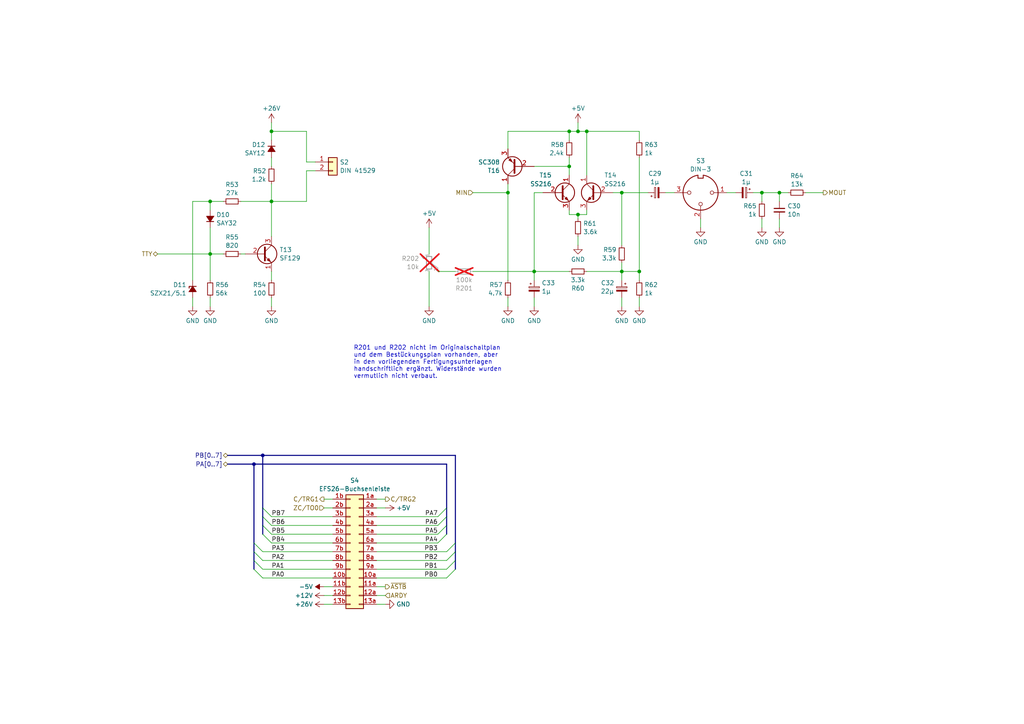
<source format=kicad_sch>
(kicad_sch (version 20230121) (generator eeschema)
  (paper "A4")
  (title_block (title "Peripherieanschlüsse"))
  (lib_symbols
    (symbol "+26v:+26V" (power) (pin_names (offset 0))
      (property "Value" "+26V" (at 0 3.556 0))
      (symbol "+26V_0_1"
        (polyline (pts (xy -0.762 1.27) (xy 0 2.54)))
        (polyline (pts (xy 0 0) (xy 0 2.54)))
        (polyline (pts (xy 0 2.54) (xy 0.762 1.27)))
      )
      (symbol "+26V_1_1"
        (pin power_in line (at 0 0 90) (length 0) hide (name "+26V") (number "1"))
      )
    )
    (symbol "Connector:DIN-3" (pin_names (offset 1.016))
      (property "Reference" "J" (at 3.302 6.35 0))
      (property "Value" "DIN-3" (at 0 -6.35 0))
      (symbol "DIN-3_0_1"
        (arc (start -5.08 0) (mid -3.8609 -3.3364) (end -0.762 -5.08) (stroke (width 0.254)))
        (circle (center -3.302 0) (radius 0.508))
        (polyline (pts (xy -3.81 0) (xy -5.08 0)))
        (polyline (pts (xy 0 3.81) (xy 0 5.08)))
        (polyline (pts (xy 5.08 0) (xy 3.81 0)))
        (polyline (pts (xy -0.762 -4.953) (xy -0.762 -4.191) (xy 0.762 -4.191) (xy 0.762 -4.953)) (stroke (width 0.254)))
        (circle (center 0 3.302) (radius 0.508))
        (arc (start 0.762 -5.08) (mid 3.8685 -3.343) (end 5.08 0) (stroke (width 0.254)))
        (circle (center 3.302 0) (radius 0.508))
        (arc (start 5.08 0) (mid 0 5.0579) (end -5.08 0) (stroke (width 0.254)))
      )
      (symbol "DIN-3_1_1"
        (pin passive line (at -7.62 0 0) (length 2.54) (name "~") (number "1"))
        (pin passive line (at 0 7.62 270) (length 2.54) (name "~") (number "2"))
        (pin passive line (at 7.62 0 180) (length 2.54) (name "~") (number "3"))
      )
    )
    (symbol "Connector_Generic:Conn_01x02" (pin_names (offset 1.016) hide)
      (property "Reference" "J" (at 0 2.54 0))
      (property "Value" "Conn_01x02" (at 0 -5.08 0))
      (symbol "Conn_01x02_1_1"
        (rectangle (start -1.27 -2.413) (end 0 -2.667) (stroke (width 0.1524)))
        (rectangle (start -1.27 0.127) (end 0 -0.127) (stroke (width 0.1524)))
        (rectangle (start -1.27 1.27) (end 1.27 -3.81) (stroke (width 0.254)) (fill (type background)))
        (pin passive line (at -5.08 0 0) (length 3.81) (name "Pin_1") (number "1"))
        (pin passive line (at -5.08 -2.54 0) (length 3.81) (name "Pin_2") (number "2"))
      )
    )
    (symbol "Device:C_Polarized_Small" (pin_numbers hide) (pin_names (offset 0.254) hide)
      (property "Reference" "C" (at 0.254 1.778 0))
      (property "Value" "C_Polarized_Small" (at 0.254 -2.032 0))
      (symbol "C_Polarized_Small_0_1"
        (rectangle (start -1.524 -0.3048) (end 1.524 -0.6858) (fill (type outline)))
        (rectangle (start -1.524 0.6858) (end 1.524 0.3048))
        (polyline (pts (xy -1.27 1.524) (xy -0.762 1.524)))
        (polyline (pts (xy -1.016 1.27) (xy -1.016 1.778)))
      )
      (symbol "C_Polarized_Small_1_1"
        (pin passive line (at 0 2.54 270) (length 1.8542) (name "~") (number "1"))
        (pin passive line (at 0 -2.54 90) (length 1.8542) (name "~") (number "2"))
      )
    )
    (symbol "Device:C_Small" (pin_numbers hide) (pin_names (offset 0.254) hide)
      (property "Reference" "C" (at 0.254 1.778 0))
      (property "Value" "C_Small" (at 0.254 -2.032 0))
      (symbol "C_Small_0_1"
        (polyline (pts (xy -1.524 -0.508) (xy 1.524 -0.508)) (stroke (width 0.3302)))
        (polyline (pts (xy -1.524 0.508) (xy 1.524 0.508)) (stroke (width 0.3048)))
      )
      (symbol "C_Small_1_1"
        (pin passive line (at 0 2.54 270) (length 2.032) (name "~") (number "1"))
        (pin passive line (at 0 -2.54 90) (length 2.032) (name "~") (number "2"))
      )
    )
    (symbol "Device:R_Small" (pin_numbers hide) (pin_names (offset 0.254) hide)
      (property "Reference" "R" (at 0.762 0.508 0))
      (property "Value" "R_Small" (at 0.762 -1.016 0))
      (symbol "R_Small_0_1"
        (rectangle (start -0.762 1.778) (end 0.762 -1.778) (stroke (width 0.2032)))
      )
      (symbol "R_Small_1_1"
        (pin passive line (at 0 2.54 270) (length 0.762) (name "~") (number "1"))
        (pin passive line (at 0 -2.54 90) (length 0.762) (name "~") (number "2"))
      )
    )
    (symbol "RFT_Steckverbinder:EFS26-Buchsenleiste" (pin_names (offset 1.016) hide)
      (property "Reference" "X" (at 0 17.78 0))
      (property "Value" "EFS26-Buchsenleiste" (at 0 -17.78 0))
      (symbol "EFS26-Buchsenleiste_1_1"
        (rectangle (start -2.54 -15.113) (end -1.27 -15.367) (stroke (width 0.1524)))
        (rectangle (start -2.54 -12.573) (end -1.27 -12.827) (stroke (width 0.1524)))
        (rectangle (start -2.54 -10.033) (end -1.27 -10.287) (stroke (width 0.1524)))
        (rectangle (start -2.54 -7.493) (end -1.27 -7.747) (stroke (width 0.1524)))
        (rectangle (start -2.54 -4.953) (end -1.27 -5.207) (stroke (width 0.1524)))
        (rectangle (start -2.54 -2.413) (end -1.27 -2.667) (stroke (width 0.1524)))
        (rectangle (start -2.54 0.127) (end -1.27 -0.127) (stroke (width 0.1524)))
        (rectangle (start -2.54 2.667) (end -1.27 2.413) (stroke (width 0.1524)))
        (rectangle (start -2.54 5.207) (end -1.27 4.953) (stroke (width 0.1524)))
        (rectangle (start -2.54 7.747) (end -1.27 7.493) (stroke (width 0.1524)))
        (rectangle (start -2.54 10.287) (end -1.27 10.033) (stroke (width 0.1524)))
        (rectangle (start -2.54 12.827) (end -1.27 12.573) (stroke (width 0.1524)))
        (rectangle (start -2.54 15.367) (end -1.27 15.113) (stroke (width 0.1524)))
        (rectangle (start -2.54 16.51) (end 2.54 -16.51) (stroke (width 0.254)) (fill (type background)))
        (rectangle (start 2.54 -15.113) (end 1.27 -15.367) (stroke (width 0.1524)))
        (rectangle (start 2.54 -12.573) (end 1.27 -12.827) (stroke (width 0.1524)))
        (rectangle (start 2.54 -10.033) (end 1.27 -10.287) (stroke (width 0.1524)))
        (rectangle (start 2.54 -7.493) (end 1.27 -7.747) (stroke (width 0.1524)))
        (rectangle (start 2.54 -4.953) (end 1.27 -5.207) (stroke (width 0.1524)))
        (rectangle (start 2.54 -2.413) (end 1.27 -2.667) (stroke (width 0.1524)))
        (rectangle (start 2.54 0.127) (end 1.27 -0.127) (stroke (width 0.1524)))
        (rectangle (start 2.54 2.667) (end 1.27 2.413) (stroke (width 0.1524)))
        (rectangle (start 2.54 5.207) (end 1.27 4.953) (stroke (width 0.1524)))
        (rectangle (start 2.54 7.747) (end 1.27 7.493) (stroke (width 0.1524)))
        (rectangle (start 2.54 10.287) (end 1.27 10.033) (stroke (width 0.1524)))
        (rectangle (start 2.54 12.827) (end 1.27 12.573) (stroke (width 0.1524)))
        (rectangle (start 2.54 15.367) (end 1.27 15.113) (stroke (width 0.1524)))
        (pin passive line (at -6.35 -7.62 0) (length 3.81) (name "Pin_10a") (number "10a"))
        (pin passive line (at 6.35 -7.62 180) (length 3.81) (name "Pin_10b") (number "10b"))
        (pin passive line (at -6.35 -10.16 0) (length 3.81) (name "Pin_11a") (number "11a"))
        (pin passive line (at 6.35 -10.16 180) (length 3.81) (name "Pin_11b") (number "11b"))
        (pin passive line (at -6.35 -12.7 0) (length 3.81) (name "Pin_12a") (number "12a"))
        (pin passive line (at 6.35 -12.7 180) (length 3.81) (name "Pin_12b") (number "12b"))
        (pin passive line (at -6.35 -15.24 0) (length 3.81) (name "Pin_13a") (number "13a"))
        (pin passive line (at 6.35 -15.24 180) (length 3.81) (name "Pin_13b") (number "13b"))
        (pin passive line (at -6.35 15.24 0) (length 3.81) (name "Pin_1a") (number "1a"))
        (pin passive line (at 6.35 15.24 180) (length 3.81) (name "Pin_1b") (number "1b"))
        (pin passive line (at -6.35 12.7 0) (length 3.81) (name "Pin_2a") (number "2a"))
        (pin passive line (at 6.35 12.7 180) (length 3.81) (name "Pin_2b") (number "2b"))
        (pin passive line (at -6.35 10.16 0) (length 3.81) (name "Pin_3a") (number "3a"))
        (pin passive line (at 6.35 10.16 180) (length 3.81) (name "Pin_3b") (number "3b"))
        (pin passive line (at -6.35 7.62 0) (length 3.81) (name "Pin_4a") (number "4a"))
        (pin passive line (at 6.35 7.62 180) (length 3.81) (name "Pin_4b") (number "4b"))
        (pin passive line (at -6.35 5.08 0) (length 3.81) (name "Pin_5a") (number "5a"))
        (pin passive line (at 6.35 5.08 180) (length 3.81) (name "Pin_5b") (number "5b"))
        (pin passive line (at -6.35 2.54 0) (length 3.81) (name "Pin_6a") (number "6a"))
        (pin passive line (at 6.35 2.54 180) (length 3.81) (name "Pin_6b") (number "6b"))
        (pin passive line (at -6.35 0 0) (length 3.81) (name "Pin_7a") (number "7a"))
        (pin passive line (at 6.35 0 180) (length 3.81) (name "Pin_7b") (number "7b"))
        (pin passive line (at -6.35 -2.54 0) (length 3.81) (name "Pin_8a") (number "8a"))
        (pin passive line (at 6.35 -2.54 180) (length 3.81) (name "Pin_8b") (number "8b"))
        (pin passive line (at -6.35 -5.08 0) (length 3.81) (name "Pin_9a") (number "9a"))
        (pin passive line (at 6.35 -5.08 180) (length 3.81) (name "Pin_9b") (number "9b"))
      )
    )
    (symbol "RFT_Transistoren_und_Dioden:SAY12" (pin_numbers hide) (pin_names (offset 0.254) hide)
      (property "Reference" "D" (at -1.27 2.032 0))
      (property "Value" "SAY12" (at -3.81 -2.032 0))
      (symbol "SAY12_0_1"
        (polyline (pts (xy -0.762 -1.016) (xy -0.762 1.016)) (stroke (width 0.254)))
        (polyline (pts (xy -0.762 0) (xy 0.762 0)))
        (polyline (pts (xy 0.762 -1.016) (xy -0.762 0) (xy 0.762 1.016) (xy 0.762 -1.016)) (stroke (width 0.254)) (fill (type outline)))
      )
      (symbol "SAY12_1_1"
        (pin passive line (at -2.54 0 0) (length 1.778) (name "K") (number "1"))
        (pin passive line (at 2.54 0 180) (length 1.778) (name "A") (number "2"))
      )
    )
    (symbol "RFT_Transistoren_und_Dioden:SAY32" (pin_numbers hide) (pin_names (offset 0.254) hide)
      (property "Reference" "D" (at -1.27 2.032 0))
      (property "Value" "SAY32" (at -3.81 -2.032 0))
      (symbol "SAY32_0_1"
        (polyline (pts (xy -0.762 -1.016) (xy -0.762 1.016)) (stroke (width 0.254)))
        (polyline (pts (xy -0.762 0) (xy 0.762 0)))
        (polyline (pts (xy 0.762 -1.016) (xy -0.762 0) (xy 0.762 1.016) (xy 0.762 -1.016)) (stroke (width 0.254)) (fill (type outline)))
      )
      (symbol "SAY32_1_1"
        (pin passive line (at -2.54 0 0) (length 1.778) (name "K") (number "1"))
        (pin passive line (at 2.54 0 180) (length 1.778) (name "A") (number "2"))
      )
    )
    (symbol "RFT_Transistoren_und_Dioden:SC308" (pin_names (offset 0) hide)
      (property "Reference" "Q" (at 5.08 1.27 0))
      (property "Value" "SC308" (at 5.08 -1.27 0))
      (symbol "SC308_0_1"
        (polyline (pts (xy 0.635 0.635) (xy 2.54 2.54)))
        (polyline (pts (xy 0.635 -0.635) (xy 2.54 -2.54) (xy 2.54 -2.54)))
        (polyline (pts (xy 0.635 1.905) (xy 0.635 -1.905) (xy 0.635 -1.905)) (stroke (width 0.508)))
        (polyline (pts (xy 2.286 -1.778) (xy 1.778 -2.286) (xy 1.27 -1.27) (xy 2.286 -1.778) (xy 2.286 -1.778)) (fill (type outline)))
        (circle (center 1.27 0) (radius 2.8194) (stroke (width 0.254)))
      )
      (symbol "SC308_1_1"
        (pin passive line (at 2.54 5.08 270) (length 2.54) (name "C") (number "1"))
        (pin input line (at -5.08 0 0) (length 5.715) (name "B") (number "2"))
        (pin passive line (at 2.54 -5.08 90) (length 2.54) (name "E") (number "3"))
      )
    )
    (symbol "RFT_Transistoren_und_Dioden:SF129" (pin_names (offset 0) hide)
      (property "Reference" "T" (at 5.08 1.27 0))
      (property "Value" "SF129" (at 5.08 -1.27 0))
      (symbol "SF129_0_1"
        (polyline (pts (xy 0.635 0.635) (xy 2.54 2.54)))
        (polyline (pts (xy 0.635 -0.635) (xy 2.54 -2.54) (xy 2.54 -2.54)))
        (polyline (pts (xy 0.635 1.905) (xy 0.635 -1.905) (xy 0.635 -1.905)) (stroke (width 0.508)))
        (polyline (pts (xy 1.27 -1.778) (xy 1.778 -1.27) (xy 2.286 -2.286) (xy 1.27 -1.778) (xy 1.27 -1.778)) (fill (type outline)))
        (circle (center 1.27 0) (radius 2.8194) (stroke (width 0.254)))
      )
      (symbol "SF129_1_1"
        (pin passive line (at 2.54 -5.08 90) (length 2.54) (name "E") (number "1"))
        (pin passive line (at -5.08 0 0) (length 5.715) (name "B") (number "2"))
        (pin passive line (at 2.54 5.08 270) (length 2.54) (name "C") (number "3"))
      )
    )
    (symbol "RFT_Transistoren_und_Dioden:SS216" (pin_names (offset 0) hide)
      (property "Reference" "T" (at 5.08 1.27 0))
      (property "Value" "SS216" (at 5.08 -1.27 0))
      (symbol "SS216_0_1"
        (polyline (pts (xy 0.635 0.635) (xy 2.54 2.54)))
        (polyline (pts (xy 0.635 -0.635) (xy 2.54 -2.54) (xy 2.54 -2.54)))
        (polyline (pts (xy 0.635 1.905) (xy 0.635 -1.905) (xy 0.635 -1.905)) (stroke (width 0.508)))
        (polyline (pts (xy 1.27 -1.778) (xy 1.778 -1.27) (xy 2.286 -2.286) (xy 1.27 -1.778) (xy 1.27 -1.778)) (fill (type outline)))
        (circle (center 1.27 0) (radius 2.8194) (stroke (width 0.254)))
      )
      (symbol "SS216_1_1"
        (pin passive line (at 2.54 5.08 270) (length 2.54) (name "C") (number "1"))
        (pin input line (at -5.08 0 0) (length 5.715) (name "B") (number "2"))
        (pin passive line (at 2.54 -5.08 90) (length 2.54) (name "E") (number "3"))
      )
    )
    (symbol "RFT_Transistoren_und_Dioden:SZX21{slash}xx" (pin_numbers hide) (pin_names (offset 0.254) hide)
      (property "Reference" "D" (at 0 2.286 0))
      (property "Value" "SZX21{slash}xx" (at 0 -2.286 0))
      (symbol "SZX21{slash}xx_0_1"
        (polyline (pts (xy 0.762 0) (xy -0.762 0)))
        (polyline (pts (xy -0.254 1.016) (xy -0.762 1.016) (xy -0.762 -1.016)) (stroke (width 0.254)))
        (polyline (pts (xy 0.762 1.016) (xy -0.762 0) (xy 0.762 -1.016) (xy 0.762 1.016)) (stroke (width 0.254)) (fill (type outline)))
      )
      (symbol "SZX21{slash}xx_1_1"
        (pin passive line (at -2.54 0 0) (length 1.778) (name "K") (number "1"))
        (pin passive line (at 2.54 0 180) (length 1.778) (name "A") (number "2"))
      )
    )
    (symbol "RFT_sonstiges:R_Potentiometer_Small" (pin_names (offset 1.016) hide)
      (property "Reference" "RV" (at -6.985 0 90))
      (property "Value" "R_Potentiometer_Small" (at -5.08 0 90))
      (symbol "R_Potentiometer_Small_0_1"
        (polyline (pts (xy -2.54 -1.524) (xy 2.0828 1.8542)))
        (polyline (pts (xy 2.2352 1.9304) (xy 1.6256 1.1176) (xy 1.2192 1.6256) (xy 2.2352 1.9304)) (fill (type outline)))
        (rectangle (start 0.762 1.8034) (end -0.762 -1.8034) (stroke (width 0.254)))
      )
      (symbol "R_Potentiometer_Small_1_1"
        (pin passive line (at 0 2.54 270) (length 0.635) (name "1") (number "1"))
        (pin passive line (at -2.54 -2.54 90) (length 0.9906) (name "2") (number "2"))
        (pin passive line (at 0 -2.54 90) (length 0.635) (name "3") (number "3"))
      )
    )
    (symbol "power:+12V" (power) (pin_names (offset 0))
      (property "Value" "+12V" (at 0 3.556 0))
      (symbol "+12V_0_1"
        (polyline (pts (xy -0.762 1.27) (xy 0 2.54)))
        (polyline (pts (xy 0 0) (xy 0 2.54)))
        (polyline (pts (xy 0 2.54) (xy 0.762 1.27)))
      )
      (symbol "+12V_1_1"
        (pin power_in line (at 0 0 90) (length 0) hide (name "+12V") (number "1"))
      )
    )
    (symbol "power:+5V" (power) (pin_names (offset 0))
      (property "Value" "+5V" (at 0 3.556 0))
      (symbol "+5V_0_1"
        (polyline (pts (xy -0.762 1.27) (xy 0 2.54)))
        (polyline (pts (xy 0 0) (xy 0 2.54)))
        (polyline (pts (xy 0 2.54) (xy 0.762 1.27)))
      )
      (symbol "+5V_1_1"
        (pin power_in line (at 0 0 90) (length 0) hide (name "+5V") (number "1"))
      )
    )
    (symbol "power:-5V" (power) (pin_names (offset 0))
      (property "Value" "-5V" (at 0 3.81 0))
      (symbol "-5V_0_0"
        (pin power_in line (at 0 0 90) (length 0) hide (name "-5V") (number "1"))
      )
      (symbol "-5V_0_1"
        (polyline (pts (xy 0 0) (xy 0 1.27) (xy 0.762 1.27) (xy 0 2.54) (xy -0.762 1.27) (xy 0 1.27)) (fill (type outline)))
      )
    )
    (symbol "power:GND" (power) (pin_names (offset 0))
      (property "Value" "GND" (at 0 -3.81 0))
      (symbol "GND_0_1"
        (polyline (pts (xy 0 0) (xy 0 -1.27) (xy 1.27 -1.27) (xy 0 -2.54) (xy -1.27 -1.27) (xy 0 -1.27)))
      )
      (symbol "GND_1_1"
        (pin power_in line (at 0 0 270) (length 0) hide (name "GND") (number "1"))
      )
    )
  )
  (junction (at 226.06 55.88))
  (junction (at 78.74 58.42))
  (junction (at 165.1 38.1))
  (junction (at 167.64 62.23))
  (junction (at 147.32 55.88))
  (junction (at 180.34 55.88))
  (junction (at 170.18 38.1))
  (junction (at 73.66 134.62))
  (junction (at 154.94 78.74))
  (junction (at 78.74 38.1))
  (junction (at 220.98 55.88))
  (junction (at 180.34 78.74))
  (junction (at 76.2 132.08))
  (junction (at 167.64 38.1))
  (junction (at 60.96 73.66))
  (junction (at 60.96 58.42))
  (junction (at 165.1 48.26))
  (junction (at 185.42 78.74))
  (bus_entry (at 132.08 162.56) (size -2.54 2.54))
  (bus_entry (at 129.54 152.4) (size -2.54 2.54))
  (bus_entry (at 129.54 147.32) (size -2.54 2.54))
  (bus_entry (at 132.08 160.02) (size -2.54 2.54))
  (bus_entry (at 73.66 162.56) (size 2.54 2.54))
  (bus_entry (at 73.66 165.1) (size 2.54 2.54))
  (bus_entry (at 73.66 160.02) (size 2.54 2.54))
  (bus_entry (at 76.2 149.86) (size 2.54 2.54))
  (bus_entry (at 76.2 154.94) (size 2.54 2.54))
  (bus_entry (at 129.54 154.94) (size -2.54 2.54))
  (bus_entry (at 76.2 147.32) (size 2.54 2.54))
  (bus_entry (at 129.54 149.86) (size -2.54 2.54))
  (bus_entry (at 73.66 157.48) (size 2.54 2.54))
  (bus_entry (at 132.08 157.48) (size -2.54 2.54))
  (bus_entry (at 132.08 165.1) (size -2.54 2.54))
  (bus_entry (at 76.2 152.4) (size 2.54 2.54))
  (wire (pts (xy 60.96 58.42) (xy 60.96 60.96)))
  (wire (pts (xy 76.2 167.64) (xy 96.52 167.64)))
  (wire (pts (xy 76.2 162.56) (xy 96.52 162.56)))
  (wire (pts (xy 91.44 49.53) (xy 88.9 49.53)))
  (wire (pts (xy 109.22 170.18) (xy 111.76 170.18)))
  (wire (pts (xy 203.2 63.5) (xy 203.2 66.04)))
  (wire (pts (xy 78.74 152.4) (xy 96.52 152.4)))
  (bus (pts (xy 66.04 132.08) (xy 76.2 132.08)))
  (wire (pts (xy 226.06 55.88) (xy 228.6 55.88)))
  (wire (pts (xy 88.9 38.1) (xy 78.74 38.1)))
  (wire (pts (xy 167.64 35.56) (xy 167.64 38.1)))
  (wire (pts (xy 78.74 154.94) (xy 96.52 154.94)))
  (bus (pts (xy 73.66 160.02) (xy 73.66 162.56)))
  (wire (pts (xy 127 78.74) (xy 132.08 78.74)))
  (wire (pts (xy 185.42 78.74) (xy 180.34 78.74)))
  (wire (pts (xy 88.9 49.53) (xy 88.9 58.42)))
  (wire (pts (xy 220.98 55.88) (xy 220.98 58.42)))
  (wire (pts (xy 78.74 78.74) (xy 78.74 81.28)))
  (wire (pts (xy 165.1 60.96) (xy 165.1 62.23)))
  (wire (pts (xy 220.98 55.88) (xy 226.06 55.88)))
  (wire (pts (xy 109.22 162.56) (xy 129.54 162.56)))
  (wire (pts (xy 93.98 147.32) (xy 96.52 147.32)))
  (wire (pts (xy 170.18 38.1) (xy 170.18 50.8)))
  (wire (pts (xy 109.22 154.94) (xy 127 154.94)))
  (wire (pts (xy 55.88 86.36) (xy 55.88 88.9)))
  (wire (pts (xy 93.98 175.26) (xy 96.52 175.26)))
  (wire (pts (xy 147.32 38.1) (xy 147.32 43.18)))
  (wire (pts (xy 165.1 38.1) (xy 147.32 38.1)))
  (wire (pts (xy 109.22 165.1) (xy 129.54 165.1)))
  (wire (pts (xy 55.88 58.42) (xy 60.96 58.42)))
  (wire (pts (xy 69.85 73.66) (xy 71.12 73.66)))
  (wire (pts (xy 78.74 38.1) (xy 78.74 40.64)))
  (bus (pts (xy 129.54 147.32) (xy 129.54 149.86)))
  (wire (pts (xy 147.32 55.88) (xy 147.32 81.28)))
  (wire (pts (xy 170.18 60.96) (xy 170.18 62.23)))
  (wire (pts (xy 167.64 38.1) (xy 170.18 38.1)))
  (wire (pts (xy 185.42 78.74) (xy 185.42 81.28)))
  (wire (pts (xy 185.42 86.36) (xy 185.42 88.9)))
  (wire (pts (xy 109.22 160.02) (xy 129.54 160.02)))
  (wire (pts (xy 64.77 58.42) (xy 60.96 58.42)))
  (wire (pts (xy 109.22 144.78) (xy 111.76 144.78)))
  (wire (pts (xy 109.22 175.26) (xy 111.76 175.26)))
  (wire (pts (xy 165.1 38.1) (xy 167.64 38.1)))
  (wire (pts (xy 170.18 38.1) (xy 185.42 38.1)))
  (bus (pts (xy 132.08 160.02) (xy 132.08 162.56)))
  (wire (pts (xy 177.8 55.88) (xy 180.34 55.88)))
  (wire (pts (xy 137.16 55.88) (xy 147.32 55.88)))
  (wire (pts (xy 109.22 147.32) (xy 111.76 147.32)))
  (wire (pts (xy 78.74 149.86) (xy 96.52 149.86)))
  (wire (pts (xy 154.94 55.88) (xy 157.48 55.88)))
  (bus (pts (xy 132.08 162.56) (xy 132.08 165.1)))
  (wire (pts (xy 124.46 78.74) (xy 124.46 88.9)))
  (wire (pts (xy 76.2 165.1) (xy 96.52 165.1)))
  (wire (pts (xy 124.46 66.04) (xy 124.46 73.66)))
  (wire (pts (xy 170.18 78.74) (xy 180.34 78.74)))
  (wire (pts (xy 137.16 78.74) (xy 154.94 78.74)))
  (wire (pts (xy 165.1 40.64) (xy 165.1 38.1)))
  (wire (pts (xy 93.98 170.18) (xy 96.52 170.18)))
  (wire (pts (xy 185.42 45.72) (xy 185.42 78.74)))
  (wire (pts (xy 170.18 62.23) (xy 167.64 62.23)))
  (wire (pts (xy 147.32 53.34) (xy 147.32 55.88)))
  (wire (pts (xy 76.2 160.02) (xy 96.52 160.02)))
  (wire (pts (xy 180.34 55.88) (xy 180.34 71.12)))
  (wire (pts (xy 154.94 55.88) (xy 154.94 78.74)))
  (wire (pts (xy 78.74 86.36) (xy 78.74 88.9)))
  (bus (pts (xy 66.04 134.62) (xy 73.66 134.62)))
  (wire (pts (xy 109.22 149.86) (xy 127 149.86)))
  (wire (pts (xy 78.74 157.48) (xy 96.52 157.48)))
  (bus (pts (xy 76.2 132.08) (xy 132.08 132.08)))
  (wire (pts (xy 78.74 45.72) (xy 78.74 48.26)))
  (wire (pts (xy 218.44 55.88) (xy 220.98 55.88)))
  (wire (pts (xy 69.85 58.42) (xy 78.74 58.42)))
  (wire (pts (xy 180.34 78.74) (xy 180.34 76.2)))
  (wire (pts (xy 193.04 55.88) (xy 195.58 55.88)))
  (wire (pts (xy 167.64 62.23) (xy 167.64 63.5)))
  (wire (pts (xy 60.96 66.04) (xy 60.96 73.66)))
  (bus (pts (xy 132.08 132.08) (xy 132.08 157.48)))
  (bus (pts (xy 73.66 162.56) (xy 73.66 165.1)))
  (wire (pts (xy 45.72 73.66) (xy 60.96 73.66)))
  (wire (pts (xy 226.06 63.5) (xy 226.06 66.04)))
  (wire (pts (xy 60.96 86.36) (xy 60.96 88.9)))
  (wire (pts (xy 88.9 46.99) (xy 88.9 38.1)))
  (wire (pts (xy 167.64 68.58) (xy 167.64 71.12)))
  (wire (pts (xy 109.22 157.48) (xy 127 157.48)))
  (bus (pts (xy 132.08 157.48) (xy 132.08 160.02)))
  (wire (pts (xy 60.96 73.66) (xy 64.77 73.66)))
  (bus (pts (xy 129.54 152.4) (xy 129.54 154.94)))
  (bus (pts (xy 73.66 157.48) (xy 73.66 160.02)))
  (wire (pts (xy 233.68 55.88) (xy 238.76 55.88)))
  (wire (pts (xy 210.82 55.88) (xy 213.36 55.88)))
  (bus (pts (xy 73.66 134.62) (xy 129.54 134.62)))
  (bus (pts (xy 73.66 134.62) (xy 73.66 157.48)))
  (wire (pts (xy 88.9 58.42) (xy 78.74 58.42)))
  (bus (pts (xy 76.2 147.32) (xy 76.2 149.86)))
  (wire (pts (xy 109.22 167.64) (xy 129.54 167.64)))
  (bus (pts (xy 76.2 149.86) (xy 76.2 152.4)))
  (wire (pts (xy 109.22 172.72) (xy 111.76 172.72)))
  (wire (pts (xy 78.74 58.42) (xy 78.74 68.58)))
  (bus (pts (xy 76.2 152.4) (xy 76.2 154.94)))
  (wire (pts (xy 180.34 55.88) (xy 187.96 55.88)))
  (wire (pts (xy 55.88 81.28) (xy 55.88 58.42)))
  (wire (pts (xy 165.1 62.23) (xy 167.64 62.23)))
  (wire (pts (xy 165.1 45.72) (xy 165.1 48.26)))
  (wire (pts (xy 91.44 46.99) (xy 88.9 46.99)))
  (wire (pts (xy 165.1 48.26) (xy 165.1 50.8)))
  (wire (pts (xy 220.98 63.5) (xy 220.98 66.04)))
  (bus (pts (xy 129.54 134.62) (xy 129.54 147.32)))
  (bus (pts (xy 129.54 149.86) (xy 129.54 152.4)))
  (wire (pts (xy 60.96 73.66) (xy 60.96 81.28)))
  (wire (pts (xy 154.94 78.74) (xy 154.94 81.28)))
  (wire (pts (xy 180.34 86.36) (xy 180.34 88.9)))
  (wire (pts (xy 185.42 38.1) (xy 185.42 40.64)))
  (wire (pts (xy 109.22 152.4) (xy 127 152.4)))
  (wire (pts (xy 78.74 53.34) (xy 78.74 58.42)))
  (wire (pts (xy 93.98 172.72) (xy 96.52 172.72)))
  (wire (pts (xy 154.94 86.36) (xy 154.94 88.9)))
  (wire (pts (xy 226.06 55.88) (xy 226.06 58.42)))
  (wire (pts (xy 93.98 144.78) (xy 96.52 144.78)))
  (wire (pts (xy 180.34 78.74) (xy 180.34 81.28)))
  (wire (pts (xy 154.94 48.26) (xy 165.1 48.26)))
  (wire (pts (xy 147.32 86.36) (xy 147.32 88.9)))
  (wire (pts (xy 154.94 78.74) (xy 165.1 78.74)))
  (wire (pts (xy 78.74 35.56) (xy 78.74 38.1)))
  (bus (pts (xy 76.2 132.08) (xy 76.2 147.32)))
  (text_box "R201 und R202 nicht im Originalschaltplan und dem Bestückungsplan vorhanden, aber in den vorliegenden Fertigungsunterlagen handschriftlich ergänzt. Widerstände wurden vermutlich nicht verbaut." (at 101.6 99.06 0) (size 45.72 12.7) (stroke (width -0.0001)) (effects (font (size 1.27 1.27)) (justify left top)))
  (label "PB3" (at 127 160.02 180))
  (label "PA5" (at 127 154.94 180))
  (label "PB2" (at 127 162.56 180))
  (label "PB0" (at 127 167.64 180))
  (label "PA1" (at 78.74 165.1 0))
  (label "PA0" (at 78.74 167.64 0))
  (label "PA2" (at 78.74 162.56 0))
  (label "PA3" (at 78.74 160.02 0))
  (label "PA4" (at 127 157.48 180))
  (label "PB7" (at 78.74 149.86 0))
  (label "PB4" (at 78.74 157.48 0))
  (label "PA6" (at 127 152.4 180))
  (label "PB6" (at 78.74 152.4 0))
  (label "PA7" (at 127 149.86 180))
  (label "PB5" (at 78.74 154.94 0))
  (label "PB1" (at 127 165.1 180))
  (hierarchical_label "TTY" (shape bidirectional) (at 45.72 73.66 180))
  (hierarchical_label "MOUT" (shape output) (at 238.76 55.88 0))
  (hierarchical_label "C{slash}TRG1" (shape output) (at 93.98 144.78 180))
  (hierarchical_label "MIN" (shape input) (at 137.16 55.88 180))
  (hierarchical_label "~{ASTB}" (shape output) (at 111.76 170.18 0))
  (hierarchical_label "ZC{slash}TO0" (shape input) (at 93.98 147.32 180))
  (hierarchical_label "PB[0..7]" (shape bidirectional) (at 66.04 132.08 180))
  (hierarchical_label "ARDY" (shape input) (at 111.76 172.72 0))
  (hierarchical_label "C{slash}TRG2" (shape output) (at 111.76 144.78 0))
  (hierarchical_label "PA[0..7]" (shape bidirectional) (at 66.04 134.62 180))
  (symbol (lib_id "+26v:+26V") (at 78.74 35.56 0) (unit 1)
    (property "Reference" "#PWR0108" (effects hide))
    (property "Value" "+26V" (at 78.74 31.4269 0))
  )
  (symbol (lib_id "Device:R_Small") (at 185.42 83.82 0) (unit 1)
    (property "Reference" "R62" (at 186.9186 82.6079 0) (effects (justify left)))
    (property "Value" "1k" (at 186.9186 85.0321 0) (effects (justify left)))
  )
  (symbol (lib_id "RFT_sonstiges:R_Potentiometer_Small") (at 124.46 76.2 0) (mirror y) (unit 1) (dnp yes)
    (property "Reference" "R202" (at 121.5898 74.9879 0) (effects (justify left)))
    (property "Value" "10k" (at 121.5898 77.4121 0) (effects (justify left)))
  )
  (symbol (lib_id "Device:R_Small") (at 78.74 83.82 0) (mirror x) (unit 1)
    (property "Reference" "R54" (at 77.2414 82.6079 0) (effects (justify right)))
    (property "Value" "100" (at 77.2414 85.0321 0) (effects (justify right)))
  )
  (symbol (lib_id "RFT_Transistoren_und_Dioden:SF129") (at 76.2 73.66 0) (unit 1)
    (property "Reference" "T13" (at 81.0514 72.4479 0) (effects (justify left)))
    (property "Value" "SF129" (at 81.0514 74.8721 0) (effects (justify left)))
    (property "Footprint" "Package_TO_SOT_THT:TO-39-3" (effects hide))
    (property "Datasheet" "https://www.tu-chemnitz.de/etit/zentral/ddr/sf126.gif" (effects hide))
  )
  (symbol (lib_id "RFT_Transistoren_und_Dioden:SAY32") (at 60.96 63.5 90) (unit 1)
    (property "Reference" "D10" (at 62.738 62.2879 90) (effects (justify right)))
    (property "Value" "SAY32" (at 62.738 64.7121 90) (effects (justify right)))
    (property "Footprint" "RFT_sonstiges:D_E-Line_01x02_P2.5mm_Vertical_KA" (effects hide))
    (property "Datasheet" "https://www-user.tu-chemnitz.de/~heha/basteln/Konsumg%C3%BCter/DDR-Halbleiter/say30.gif" (effects hide))
  )
  (symbol (lib_id "RFT_Transistoren_und_Dioden:SAY12") (at 78.74 43.18 90) (mirror x) (unit 1)
    (property "Reference" "D12" (at 76.962 41.9679 90) (effects (justify left)))
    (property "Value" "SAY12" (at 76.962 44.3921 90) (effects (justify left)))
    (property "Datasheet" "https://www-user.tu-chemnitz.de/~heha/basteln/Konsumg%C3%BCter/DDR-Halbleiter/say12.gif" (effects hide))
  )
  (symbol (lib_id "RFT_Transistoren_und_Dioden:SC308") (at 149.86 48.26 180) (unit 1)
    (property "Reference" "T16" (at 145.0086 49.4721 0) (effects (justify left)))
    (property "Value" "SC308" (at 145.0086 47.0479 0) (effects (justify left)))
    (property "Footprint" "RFT_sonstiges:T_E-Line_P2.5mm_Vertical" (effects hide))
    (property "Datasheet" "https://www-user.tu-chemnitz.de/~heha/basteln/Konsumg%C3%BCter/DDR-Halbleiter/sc307.gif" (effects hide))
  )
  (symbol (lib_id "power:GND") (at 111.76 175.26 90) (unit 1)
    (property "Reference" "#PWR0116" (effects hide))
    (property "Value" "GND" (at 114.935 175.26 90) (effects (justify right)))
  )
  (symbol (lib_id "Device:C_Polarized_Small") (at 154.94 83.82 0) (unit 1)
    (property "Reference" "C33" (at 157.099 82.0618 0) (effects (justify left)))
    (property "Value" "1µ" (at 157.099 84.486 0) (effects (justify left)))
  )
  (symbol (lib_id "RFT_Steckverbinder:EFS26-Buchsenleiste") (at 102.87 160.02 0) (mirror y) (unit 1)
    (property "Reference" "S4" (at 102.87 139.3657 0))
    (property "Value" "EFS26-Buchsenleiste" (at 102.87 141.7899 0))
  )
  (symbol (lib_id "Device:C_Polarized_Small") (at 190.5 55.88 90) (unit 1)
    (property "Reference" "C29" (at 189.9539 50.3387 90))
    (property "Value" "1µ" (at 189.9539 52.7629 90))
  )
  (symbol (lib_id "Device:C_Polarized_Small") (at 180.34 83.82 0) (mirror y) (unit 1)
    (property "Reference" "C32" (at 178.181 82.0618 0) (effects (justify left)))
    (property "Value" "22µ" (at 178.181 84.486 0) (effects (justify left)))
  )
  (symbol (lib_id "Device:R_Small") (at 167.64 66.04 0) (unit 1)
    (property "Reference" "R61" (at 169.1386 64.8279 0) (effects (justify left)))
    (property "Value" "3.6k" (at 169.1386 67.2521 0) (effects (justify left)))
  )
  (symbol (lib_id "Device:R_Small") (at 231.14 55.88 90) (unit 1)
    (property "Reference" "R64" (at 231.14 50.9991 90))
    (property "Value" "13k" (at 231.14 53.4233 90))
  )
  (symbol (lib_id "Device:R_Small") (at 67.31 58.42 90) (unit 1)
    (property "Reference" "R53" (at 67.31 53.5391 90))
    (property "Value" "27k" (at 67.31 55.9633 90))
  )
  (symbol (lib_id "Device:C_Small") (at 226.06 60.96 0) (unit 1)
    (property "Reference" "C30" (at 228.3841 59.7542 0) (effects (justify left)))
    (property "Value" "10n" (at 228.3841 62.1784 0) (effects (justify left)))
  )
  (symbol (lib_id "Connector:DIN-3") (at 203.2 55.88 180) (unit 1)
    (property "Reference" "S3" (at 203.1999 46.6557 0))
    (property "Value" "DIN-3" (at 203.1999 49.0799 0))
    (property "Datasheet" "http://www.mouser.com/ds/2/18/40_c091_abd_e-75918.pdf" (effects hide))
  )
  (symbol (lib_id "power:GND") (at 226.06 66.04 0) (unit 1)
    (property "Reference" "#PWR0100" (effects hide))
    (property "Value" "GND" (at 226.06 70.1731 0))
  )
  (symbol (lib_id "power:GND") (at 180.34 88.9 0) (unit 1)
    (property "Reference" "#PWR0103" (effects hide))
    (property "Value" "GND" (at 180.34 93.0331 0))
  )
  (symbol (lib_id "Device:R_Small") (at 220.98 60.96 0) (mirror y) (unit 1)
    (property "Reference" "R65" (at 219.4814 59.7479 0) (effects (justify left)))
    (property "Value" "1k" (at 219.4814 62.1721 0) (effects (justify left)))
  )
  (symbol (lib_id "power:GND") (at 203.2 66.04 0) (unit 1)
    (property "Reference" "#PWR097" (effects hide))
    (property "Value" "GND" (at 203.2 70.1731 0))
  )
  (symbol (lib_id "power:-5V") (at 93.98 170.18 90) (unit 1)
    (property "Reference" "#PWR0117" (effects hide))
    (property "Value" "-5V" (at 90.8051 170.18 90) (effects (justify left)))
  )
  (symbol (lib_id "Device:R_Small") (at 165.1 43.18 0) (mirror y) (unit 1)
    (property "Reference" "R58" (at 163.6014 41.9679 0) (effects (justify left)))
    (property "Value" "2.4k" (at 163.6014 44.3921 0) (effects (justify left)))
  )
  (symbol (lib_id "power:GND") (at 60.96 88.9 0) (unit 1)
    (property "Reference" "#PWR094" (effects hide))
    (property "Value" "GND" (at 60.96 93.0331 0))
  )
  (symbol (lib_id "power:GND") (at 147.32 88.9 0) (unit 1)
    (property "Reference" "#PWR0101" (effects hide))
    (property "Value" "GND" (at 147.32 93.0331 0))
  )
  (symbol (lib_id "Connector_Generic:Conn_01x02") (at 96.52 46.99 0) (unit 1)
    (property "Reference" "S2" (at 98.552 47.0479 0) (effects (justify left)))
    (property "Value" "DIN 41529" (at 98.552 49.4721 0) (effects (justify left)))
  )
  (symbol (lib_id "power:+12V") (at 93.98 172.72 90) (unit 1)
    (property "Reference" "#PWR0118" (effects hide))
    (property "Value" "+12V" (at 90.805 172.72 90) (effects (justify left)))
  )
  (symbol (lib_id "power:GND") (at 78.74 88.9 0) (unit 1)
    (property "Reference" "#PWR095" (effects hide))
    (property "Value" "GND" (at 78.74 93.0331 0))
  )
  (symbol (lib_id "RFT_Transistoren_und_Dioden:SZX21{slash}xx") (at 55.88 83.82 90) (mirror x) (unit 1)
    (property "Reference" "D11" (at 54.102 82.6079 90) (effects (justify left)))
    (property "Value" "SZX21/5.1" (at 54.102 85.0321 90) (effects (justify left)))
    (property "Footprint" "RFT_sonstiges:D_E-Line_01x02_P2.5mm_Vertical_KA" (effects hide))
    (property "Datasheet" "https://www-user.tu-chemnitz.de/~heha/basteln/Konsumg%C3%BCter/DDR-Halbleiter/szx21.gif" (effects hide))
  )
  (symbol (lib_id "Device:R_Small") (at 134.62 78.74 90) (mirror x) (unit 1) (dnp yes)
    (property "Reference" "R201" (at 134.62 83.6209 90))
    (property "Value" "100k" (at 134.62 81.1967 90))
  )
  (symbol (lib_id "Device:R_Small") (at 185.42 43.18 0) (unit 1)
    (property "Reference" "R63" (at 186.9186 41.9679 0) (effects (justify left)))
    (property "Value" "1k" (at 186.9186 44.3921 0) (effects (justify left)))
  )
  (symbol (lib_id "Device:R_Small") (at 147.32 83.82 0) (mirror y) (unit 1)
    (property "Reference" "R57" (at 145.8214 82.6079 0) (effects (justify left)))
    (property "Value" "4.7k" (at 145.8214 85.0321 0) (effects (justify left)))
  )
  (symbol (lib_id "power:GND") (at 220.98 66.04 0) (unit 1)
    (property "Reference" "#PWR099" (effects hide))
    (property "Value" "GND" (at 220.98 70.1731 0))
  )
  (symbol (lib_id "power:+5V") (at 111.76 147.32 270) (unit 1)
    (property "Reference" "#PWR0115" (effects hide))
    (property "Value" "+5V" (at 114.935 147.32 90) (effects (justify left)))
  )
  (symbol (lib_id "power:+5V") (at 124.46 66.04 0) (unit 1)
    (property "Reference" "#PWR0104" (effects hide))
    (property "Value" "+5V" (at 124.46 61.9069 0))
  )
  (symbol (lib_id "Device:R_Small") (at 180.34 73.66 0) (mirror y) (unit 1)
    (property "Reference" "R59" (at 178.8414 72.4479 0) (effects (justify left)))
    (property "Value" "3.3k" (at 178.8414 74.8721 0) (effects (justify left)))
  )
  (symbol (lib_id "power:GND") (at 185.42 88.9 0) (unit 1)
    (property "Reference" "#PWR0105" (effects hide))
    (property "Value" "GND" (at 185.42 93.0331 0))
  )
  (symbol (lib_id "power:GND") (at 55.88 88.9 0) (unit 1)
    (property "Reference" "#PWR093" (effects hide))
    (property "Value" "GND" (at 55.88 93.0331 0))
  )
  (symbol (lib_id "+26v:+26V") (at 93.98 175.26 90) (unit 1)
    (property "Reference" "#PWR0119" (effects hide))
    (property "Value" "+26V" (at 90.805 175.26 90) (effects (justify left)))
  )
  (symbol (lib_id "Device:R_Small") (at 167.64 78.74 90) (mirror x) (unit 1)
    (property "Reference" "R60" (at 167.64 83.6209 90))
    (property "Value" "3.3k" (at 167.64 81.1967 90))
  )
  (symbol (lib_id "RFT_Transistoren_und_Dioden:SS216") (at 172.72 55.88 0) (mirror y) (unit 1)
    (property "Reference" "T14" (at 175.26 50.8 0) (effects (justify right)))
    (property "Value" "SS216" (at 175.26 53.34 0) (effects (justify right)))
    (property "Footprint" "RFT_sonstiges:T_E-Line_P2.5mm_Vertical" (effects hide))
    (property "Datasheet" "https://www-user.tu-chemnitz.de/~heha/basteln/Konsumg%C3%BCter/DDR-Halbleiter/ss216.gif" (effects hide))
  )
  (symbol (lib_id "Device:R_Small") (at 60.96 83.82 180) (unit 1)
    (property "Reference" "R56" (at 62.4586 82.6079 0) (effects (justify right)))
    (property "Value" "56k" (at 62.4586 85.0321 0) (effects (justify right)))
  )
  (symbol (lib_id "Device:R_Small") (at 67.31 73.66 90) (unit 1)
    (property "Reference" "R55" (at 67.31 68.7791 90))
    (property "Value" "820" (at 67.31 71.2033 90))
  )
  (symbol (lib_id "RFT_Transistoren_und_Dioden:SS216") (at 162.56 55.88 0) (unit 1)
    (property "Reference" "T15" (at 160.02 50.8 0) (effects (justify right)))
    (property "Value" "SS216" (at 160.02 53.34 0) (effects (justify right)))
    (property "Footprint" "RFT_sonstiges:T_E-Line_P2.5mm_Vertical" (effects hide))
    (property "Datasheet" "https://www-user.tu-chemnitz.de/~heha/basteln/Konsumg%C3%BCter/DDR-Halbleiter/ss216.gif" (effects hide))
  )
  (symbol (lib_id "power:GND") (at 154.94 88.9 0) (unit 1)
    (property "Reference" "#PWR0102" (effects hide))
    (property "Value" "GND" (at 154.94 93.0331 0))
  )
  (symbol (lib_id "Device:R_Small") (at 78.74 50.8 0) (mirror x) (unit 1)
    (property "Reference" "R52" (at 77.2414 49.5879 0) (effects (justify right)))
    (property "Value" "1.2k" (at 77.2414 52.0121 0) (effects (justify right)))
  )
  (symbol (lib_id "power:GND") (at 167.64 71.12 0) (unit 1)
    (property "Reference" "#PWR098" (effects hide))
    (property "Value" "GND" (at 167.64 75.2531 0))
  )
  (symbol (lib_id "power:+5V") (at 167.64 35.56 0) (unit 1)
    (property "Reference" "#PWR0106" (effects hide))
    (property "Value" "+5V" (at 167.64 31.4269 0))
  )
  (symbol (lib_id "Device:C_Polarized_Small") (at 215.9 55.88 270) (unit 1)
    (property "Reference" "C31" (at 216.4461 50.3387 90))
    (property "Value" "1µ" (at 216.4461 52.7629 90))
  )
  (symbol (lib_id "power:GND") (at 124.46 88.9 0) (unit 1)
    (property "Reference" "#PWR096" (effects hide))
    (property "Value" "GND" (at 124.46 93.0331 0))
  )
)
</source>
